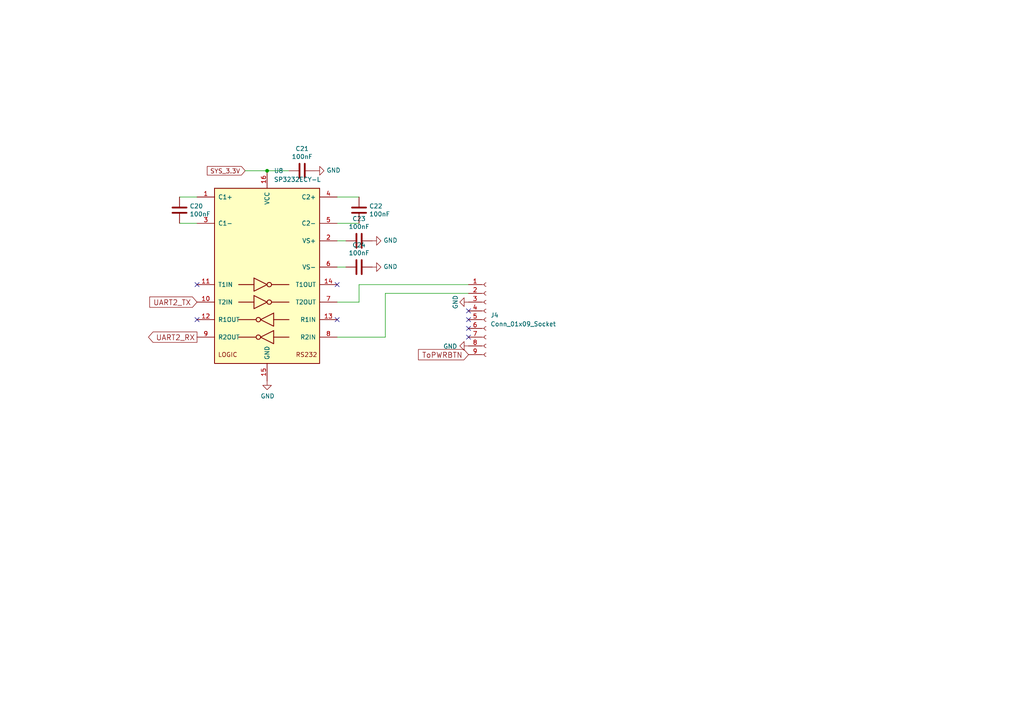
<source format=kicad_sch>
(kicad_sch (version 20230121) (generator eeschema)
  (paper "A4")
  (lib_symbols
    (symbol "Connector:Conn_01x09_Socket" (pin_names (offset 1.016) hide)
      (property "Reference" "J" (at 0 12.7 0))
      (property "Value" "Conn_01x09_Socket" (at 0 -12.7 0))
      (symbol "Conn_01x09_Socket_1_1"
        (arc (start 0 -9.652) (mid -0.5058 -10.16) (end 0 -10.668) (stroke (width 0.1524)))
        (arc (start 0 -7.112) (mid -0.5058 -7.62) (end 0 -8.128) (stroke (width 0.1524)))
        (arc (start 0 -4.572) (mid -0.5058 -5.08) (end 0 -5.588) (stroke (width 0.1524)))
        (arc (start 0 -2.032) (mid -0.5058 -2.54) (end 0 -3.048) (stroke (width 0.1524)))
        (polyline (pts (xy -1.27 -10.16) (xy -0.508 -10.16)) (stroke (width 0.1524)))
        (polyline (pts (xy -1.27 -7.62) (xy -0.508 -7.62)) (stroke (width 0.1524)))
        (polyline (pts (xy -1.27 -5.08) (xy -0.508 -5.08)) (stroke (width 0.1524)))
        (polyline (pts (xy -1.27 -2.54) (xy -0.508 -2.54)) (stroke (width 0.1524)))
        (polyline (pts (xy -1.27 0) (xy -0.508 0)) (stroke (width 0.1524)))
        (polyline (pts (xy -1.27 2.54) (xy -0.508 2.54)) (stroke (width 0.1524)))
        (polyline (pts (xy -1.27 5.08) (xy -0.508 5.08)) (stroke (width 0.1524)))
        (polyline (pts (xy -1.27 7.62) (xy -0.508 7.62)) (stroke (width 0.1524)))
        (polyline (pts (xy -1.27 10.16) (xy -0.508 10.16)) (stroke (width 0.1524)))
        (arc (start 0 0.508) (mid -0.5058 0) (end 0 -0.508) (stroke (width 0.1524)))
        (arc (start 0 3.048) (mid -0.5058 2.54) (end 0 2.032) (stroke (width 0.1524)))
        (arc (start 0 5.588) (mid -0.5058 5.08) (end 0 4.572) (stroke (width 0.1524)))
        (arc (start 0 8.128) (mid -0.5058 7.62) (end 0 7.112) (stroke (width 0.1524)))
        (arc (start 0 10.668) (mid -0.5058 10.16) (end 0 9.652) (stroke (width 0.1524)))
        (pin passive line (at -5.08 10.16 0) (length 3.81) (name "Pin_1") (number "1"))
        (pin passive line (at -5.08 7.62 0) (length 3.81) (name "Pin_2") (number "2"))
        (pin passive line (at -5.08 5.08 0) (length 3.81) (name "Pin_3") (number "3"))
        (pin passive line (at -5.08 2.54 0) (length 3.81) (name "Pin_4") (number "4"))
        (pin passive line (at -5.08 0 0) (length 3.81) (name "Pin_5") (number "5"))
        (pin passive line (at -5.08 -2.54 0) (length 3.81) (name "Pin_6") (number "6"))
        (pin passive line (at -5.08 -5.08 0) (length 3.81) (name "Pin_7") (number "7"))
        (pin passive line (at -5.08 -7.62 0) (length 3.81) (name "Pin_8") (number "8"))
        (pin passive line (at -5.08 -10.16 0) (length 3.81) (name "Pin_9") (number "9"))
      )
    )
    (symbol "Device:C" (pin_numbers hide) (pin_names (offset 0.254))
      (property "Reference" "C" (at 0.635 2.54 0))
      (property "Value" "C" (at 0.635 -2.54 0))
      (symbol "C_0_1"
        (polyline (pts (xy -2.032 -0.762) (xy 2.032 -0.762)) (stroke (width 0.508)))
        (polyline (pts (xy -2.032 0.762) (xy 2.032 0.762)) (stroke (width 0.508)))
      )
      (symbol "C_1_1"
        (pin passive line (at 0 3.81 270) (length 2.794) (name "~") (number "1"))
        (pin passive line (at 0 -3.81 90) (length 2.794) (name "~") (number "2"))
      )
    )
    (symbol "Interface_UART:MAX3232" (pin_names (offset 1.016))
      (property "Reference" "U" (at -2.54 28.575 0))
      (property "Value" "MAX3232" (at -2.54 26.67 0))
      (symbol "MAX3232_0_0"
        (text "LOGIC" (at -11.43 -22.86 0) (effects (font (size 1.27 1.27))))
        (text "RS232" (at 11.43 -22.86 0) (effects (font (size 1.27 1.27))))
      )
      (symbol "MAX3232_0_1"
        (rectangle (start -15.24 -25.4) (end 15.24 25.4) (stroke (width 0.254)) (fill (type background)))
        (circle (center -2.54 -17.78) (radius 0.635) (stroke (width 0.254)))
        (circle (center -2.54 -12.7) (radius 0.635) (stroke (width 0.254)))
        (polyline (pts (xy -3.81 -7.62) (xy -8.255 -7.62)) (stroke (width 0.254)))
        (polyline (pts (xy -3.81 -2.54) (xy -8.255 -2.54)) (stroke (width 0.254)))
        (polyline (pts (xy -3.175 -17.78) (xy -8.255 -17.78)) (stroke (width 0.254)))
        (polyline (pts (xy -3.175 -12.7) (xy -8.255 -12.7)) (stroke (width 0.254)))
        (polyline (pts (xy 1.27 -7.62) (xy 6.35 -7.62)) (stroke (width 0.254)))
        (polyline (pts (xy 1.27 -2.54) (xy 6.35 -2.54)) (stroke (width 0.254)))
        (polyline (pts (xy 1.905 -17.78) (xy 6.35 -17.78)) (stroke (width 0.254)))
        (polyline (pts (xy 1.905 -12.7) (xy 6.35 -12.7)) (stroke (width 0.254)))
        (polyline (pts (xy -3.81 -5.715) (xy -3.81 -9.525) (xy 0 -7.62) (xy -3.81 -5.715)) (stroke (width 0.254)))
        (polyline (pts (xy -3.81 -0.635) (xy -3.81 -4.445) (xy 0 -2.54) (xy -3.81 -0.635)) (stroke (width 0.254)))
        (polyline (pts (xy 1.905 -15.875) (xy 1.905 -19.685) (xy -1.905 -17.78) (xy 1.905 -15.875)) (stroke (width 0.254)))
        (polyline (pts (xy 1.905 -10.795) (xy 1.905 -14.605) (xy -1.905 -12.7) (xy 1.905 -10.795)) (stroke (width 0.254)))
        (circle (center 0.635 -7.62) (radius 0.635) (stroke (width 0.254)))
        (circle (center 0.635 -2.54) (radius 0.635) (stroke (width 0.254)))
      )
      (symbol "MAX3232_1_1"
        (pin passive line (at -20.32 22.86 0) (length 5.08) (name "C1+") (number "1"))
        (pin input line (at -20.32 -7.62 0) (length 5.08) (name "T2IN") (number "10"))
        (pin input line (at -20.32 -2.54 0) (length 5.08) (name "T1IN") (number "11"))
        (pin output line (at -20.32 -12.7 0) (length 5.08) (name "R1OUT") (number "12"))
        (pin input line (at 20.32 -12.7 180) (length 5.08) (name "R1IN") (number "13"))
        (pin output line (at 20.32 -2.54 180) (length 5.08) (name "T1OUT") (number "14"))
        (pin power_in line (at 0 -30.48 90) (length 5.08) (name "GND") (number "15"))
        (pin power_in line (at 0 30.48 270) (length 5.08) (name "VCC") (number "16"))
        (pin power_out line (at 20.32 10.16 180) (length 5.08) (name "VS+") (number "2"))
        (pin passive line (at -20.32 15.24 0) (length 5.08) (name "C1-") (number "3"))
        (pin passive line (at 20.32 22.86 180) (length 5.08) (name "C2+") (number "4"))
        (pin passive line (at 20.32 15.24 180) (length 5.08) (name "C2-") (number "5"))
        (pin power_out line (at 20.32 2.54 180) (length 5.08) (name "VS-") (number "6"))
        (pin output line (at 20.32 -7.62 180) (length 5.08) (name "T2OUT") (number "7"))
        (pin input line (at 20.32 -17.78 180) (length 5.08) (name "R2IN") (number "8"))
        (pin output line (at -20.32 -17.78 0) (length 5.08) (name "R2OUT") (number "9"))
      )
    )
    (symbol "power:GND" (power) (pin_names (offset 0))
      (property "Value" "GND" (at 0 -3.81 0))
      (symbol "GND_0_1"
        (polyline (pts (xy 0 0) (xy 0 -1.27) (xy 1.27 -1.27) (xy 0 -2.54) (xy -1.27 -1.27) (xy 0 -1.27)))
      )
      (symbol "GND_1_1"
        (pin power_in line (at 0 0 270) (length 0) hide (name "GND") (number "1"))
      )
    )
  )
  (junction (at 77.47 49.53))
  (no_connect (at 135.89 97.79))
  (no_connect (at 57.15 82.55))
  (no_connect (at 97.79 82.55))
  (no_connect (at 97.79 92.71))
  (no_connect (at 135.89 90.17))
  (no_connect (at 135.89 92.71))
  (no_connect (at 57.15 92.71))
  (no_connect (at 135.89 95.25))
  (wire (pts (xy 104.14 87.63) (xy 97.79 87.63)))
  (wire (pts (xy 104.14 57.15) (xy 97.79 57.15)))
  (wire (pts (xy 57.15 57.15) (xy 52.07 57.15)))
  (wire (pts (xy 111.76 85.09) (xy 111.76 97.79)))
  (wire (pts (xy 104.14 82.55) (xy 135.89 82.55)))
  (wire (pts (xy 97.79 64.77) (xy 104.14 64.77)))
  (wire (pts (xy 104.14 82.55) (xy 104.14 87.63)))
  (wire (pts (xy 71.12 49.53) (xy 77.47 49.53)))
  (wire (pts (xy 97.79 69.85) (xy 100.33 69.85)))
  (wire (pts (xy 111.76 97.79) (xy 97.79 97.79)))
  (wire (pts (xy 100.33 77.47) (xy 97.79 77.47)))
  (wire (pts (xy 83.82 49.53) (xy 77.47 49.53)))
  (wire (pts (xy 57.15 64.77) (xy 52.07 64.77)))
  (wire (pts (xy 111.76 85.09) (xy 135.89 85.09)))
  (global_label "UART2_TX" (shape input) (at 57.15 87.63 180) (effects (font (size 1.524 1.524))) (property "Intersheetrefs" "${INTERSHEET_REFS}" (effects hide)))
  (global_label "SYS_3.3V" (shape input) (at 71.12 49.53 180) (property "Intersheetrefs" "${INTERSHEET_REFS}" (effects hide)))
  (global_label "ToPWRBTN" (shape input) (at 135.89 102.87 180) (effects (font (size 1.524 1.524))) (property "Intersheetrefs" "${INTERSHEET_REFS}" (effects hide)))
  (global_label "UART2_RX" (shape output) (at 57.15 97.79 180) (effects (font (size 1.524 1.524))) (property "Intersheetrefs" "${INTERSHEET_REFS}" (effects hide)))
  (symbol (lib_id "Device:C") (at 104.14 77.47 270) (unit 1)
    (property "Reference" "C24" (at 104.14 71.0692 90))
    (property "Value" "100nF" (at 104.14 73.3806 90))
    (property "Footprint" "Capacitor_SMD:C_0603_1608Metric" (effects hide))
    (property "Datasheet" "https://datasheet.lcsc.com/szlcsc/YAGEO-CC0805KRX7R9BB104_C49678.pdf" (effects hide))
    (property "ManufacturerPartNumber" "CC0603KRX7R9BB104" (effects hide))
    (property "Package" "0805" (effects hide))
    (property "LCSC Part #" "C14663" (effects hide))
    (property "Manufacturer" "Samsung Electro-Mechanics" (effects hide))
    (property "IncludeInBOM" "TRUE" (effects hide))
    (property "ThroughHole" "FALSE" (effects hide))
    (instances (project "WiRoc_NanoPi" (path "" (reference "C24") (unit 1))) (project "BTSerialClient" (path "" (reference "C7") (unit 1))))
  )
  (symbol (lib_id "power:GND") (at 107.95 77.47 90) (unit 1)
    (property "Reference" "#PWR026" (effects hide))
    (property "Value" "GND" (at 111.2012 77.343 90) (effects (justify right)))
    (instances (project "WiRoc_NanoPi" (path "" (reference "#PWR026") (unit 1))) (project "BTSerialClient" (path "" (reference "#PWR013") (unit 1))))
  )
  (symbol (lib_id "Device:C") (at 52.07 60.96 0) (unit 1)
    (property "Reference" "C20" (at 54.991 59.7916 0) (effects (justify left)))
    (property "Value" "100nF" (at 54.991 62.103 0) (effects (justify left)))
    (property "Footprint" "Capacitor_SMD:C_0603_1608Metric" (effects hide))
    (property "Datasheet" "https://datasheet.lcsc.com/szlcsc/YAGEO-CC0805KRX7R9BB104_C49678.pdf" (effects hide))
    (property "ManufacturerPartNumber" "CC0603KRX7R9BB104" (effects hide))
    (property "Package" "0805" (effects hide))
    (property "LCSC Part #" "C14663" (effects hide))
    (property "Manufacturer" "Samsung Electro-Mechanics" (effects hide))
    (property "IncludeInBOM" "TRUE" (effects hide))
    (property "ThroughHole" "FALSE" (effects hide))
    (instances (project "WiRoc_NanoPi" (path "" (reference "C20") (unit 1))) (project "BTSerialClient" (path "" (reference "C2") (unit 1))))
  )
  (symbol (lib_id "Device:C") (at 104.14 69.85 270) (unit 1)
    (property "Reference" "C23" (at 104.14 63.4492 90))
    (property "Value" "100nF" (at 104.14 65.7606 90))
    (property "Footprint" "Capacitor_SMD:C_0603_1608Metric" (effects hide))
    (property "Datasheet" "https://datasheet.lcsc.com/szlcsc/YAGEO-CC0805KRX7R9BB104_C49678.pdf" (effects hide))
    (property "ManufacturerPartNumber" "CC0603KRX7R9BB104" (effects hide))
    (property "Package" "0805" (effects hide))
    (property "LCSC Part #" "C14663" (effects hide))
    (property "Manufacturer" "Samsung Electro-Mechanics" (effects hide))
    (property "IncludeInBOM" "TRUE" (effects hide))
    (property "ThroughHole" "FALSE" (effects hide))
    (instances (project "WiRoc_NanoPi" (path "" (reference "C23") (unit 1))) (project "BTSerialClient" (path "" (reference "C6") (unit 1))))
  )
  (symbol (lib_id "power:GND") (at 107.95 69.85 90) (unit 1)
    (property "Reference" "#PWR025" (effects hide))
    (property "Value" "GND" (at 111.2012 69.723 90) (effects (justify right)))
    (instances (project "WiRoc_NanoPi" (path "" (reference "#PWR025") (unit 1))) (project "BTSerialClient" (path "" (reference "#PWR012") (unit 1))))
  )
  (symbol (lib_id "power:GND") (at 91.44 49.53 90) (unit 1)
    (property "Reference" "#PWR023" (effects hide))
    (property "Value" "GND" (at 94.6912 49.403 90) (effects (justify right)))
    (instances (project "WiRoc_NanoPi" (path "" (reference "#PWR023") (unit 1))) (project "BTSerialClient" (path "" (reference "#PWR011") (unit 1))))
  )
  (symbol (lib_id "Interface_UART:MAX3232") (at 77.47 80.01 0) (unit 1)
    (property "Reference" "U8" (at 79.4259 49.53 0) (effects (justify left)))
    (property "Value" "SP3232ECY-L" (at 79.4259 52.07 0) (effects (justify left)))
    (property "Footprint" "Package_SO:TSSOP-16_4.4x5mm_P0.65mm" (effects hide))
    (property "Datasheet" "https://datasheet.lcsc.com/lcsc/2304140030_MaxLinear-SP3232ECY-L_C31142.pdf" (effects hide))
    (property "IncludeInBOM" "TRUE" (effects hide))
    (property "ManufacturerPartNumber" "SP3232ECY-L" (effects hide))
    (property "Package" "TSSOP-16" (effects hide))
    (property "ThroughHole" "FALSE" (effects hide))
    (property "LCSC Part #" "C3028967" (effects hide))
    (property "JLCPCB Rotation Offset" "0" (effects hide))
    (property "Original" "Yes" (effects hide))
  )
  (symbol (lib_id "power:GND") (at 77.47 110.49 0) (unit 1)
    (property "Reference" "#PWR024" (effects hide))
    (property "Value" "GND" (at 77.597 114.8842 0))
    (instances (project "WiRoc_NanoPi" (path "" (reference "#PWR024") (unit 1))) (project "BTSerialClient" (path "" (reference "#PWR010") (unit 1))))
  )
  (symbol (lib_id "Device:C") (at 104.14 60.96 0) (unit 1)
    (property "Reference" "C22" (at 107.061 59.7916 0) (effects (justify left)))
    (property "Value" "100nF" (at 107.061 62.103 0) (effects (justify left)))
    (property "Footprint" "Capacitor_SMD:C_0603_1608Metric" (effects hide))
    (property "Datasheet" "https://datasheet.lcsc.com/szlcsc/YAGEO-CC0805KRX7R9BB104_C49678.pdf" (effects hide))
    (property "ManufacturerPartNumber" "CC0603KRX7R9BB104" (effects hide))
    (property "Package" "0805" (effects hide))
    (property "LCSC Part #" "C14663" (effects hide))
    (property "Manufacturer" "Samsung Electro-Mechanics" (effects hide))
    (property "IncludeInBOM" "TRUE" (effects hide))
    (property "ThroughHole" "FALSE" (effects hide))
    (instances (project "WiRoc_NanoPi" (path "" (reference "C22") (unit 1))) (project "BTSerialClient" (path "" (reference "C5") (unit 1))))
  )
  (symbol (lib_id "Connector:Conn_01x09_Socket") (at 140.97 92.71 0) (unit 1) (in_bom no)
    (property "Reference" "J4" (at 142.24 91.44 0) (effects (justify left)))
    (property "Value" "Conn_01x09_Socket" (at 142.24 93.98 0) (effects (justify left)))
    (property "Footprint" "Connector_PinSocket_1.27mm:PinSocket_1x09_P1.27mm_Vertical" (effects hide))
    (property "IncludeInBOM" "FALSE" (effects hide))
    (property "ThroughHole" "TRUE" (effects hide))
  )
  (symbol (lib_id "Device:C") (at 87.63 49.53 270) (unit 1)
    (property "Reference" "C21" (at 87.63 43.1292 90))
    (property "Value" "100nF" (at 87.63 45.4406 90))
    (property "Footprint" "Capacitor_SMD:C_0603_1608Metric" (effects hide))
    (property "Datasheet" "https://datasheet.lcsc.com/szlcsc/YAGEO-CC0805KRX7R9BB104_C49678.pdf" (effects hide))
    (property "Package" "0805" (effects hide))
    (property "ManufacturerPartNumber" "CC0603KRX7R9BB104" (effects hide))
    (property "LCSC Part #" "C14663" (effects hide))
    (property "Manufacturer" "Samsung Electro-Mechanics" (effects hide))
    (property "IncludeInBOM" "TRUE" (effects hide))
    (property "ThroughHole" "FALSE" (effects hide))
    (instances (project "WiRoc_NanoPi" (path "" (reference "C21") (unit 1))) (project "BTSerialClient" (path "" (reference "C4") (unit 1))))
  )
  (symbol (lib_id "power:GND") (at 135.89 87.63 270) (unit 1)
    (property "Reference" "#PWR031" (effects hide))
    (property "Value" "GND" (at 132.08 87.63 0))
  )
  (symbol (lib_id "power:GND") (at 135.89 100.33 270) (unit 1)
    (property "Reference" "#PWR014" (effects hide))
    (property "Value" "GND" (at 132.6388 100.457 90) (effects (justify right)))
  )
)
</source>
